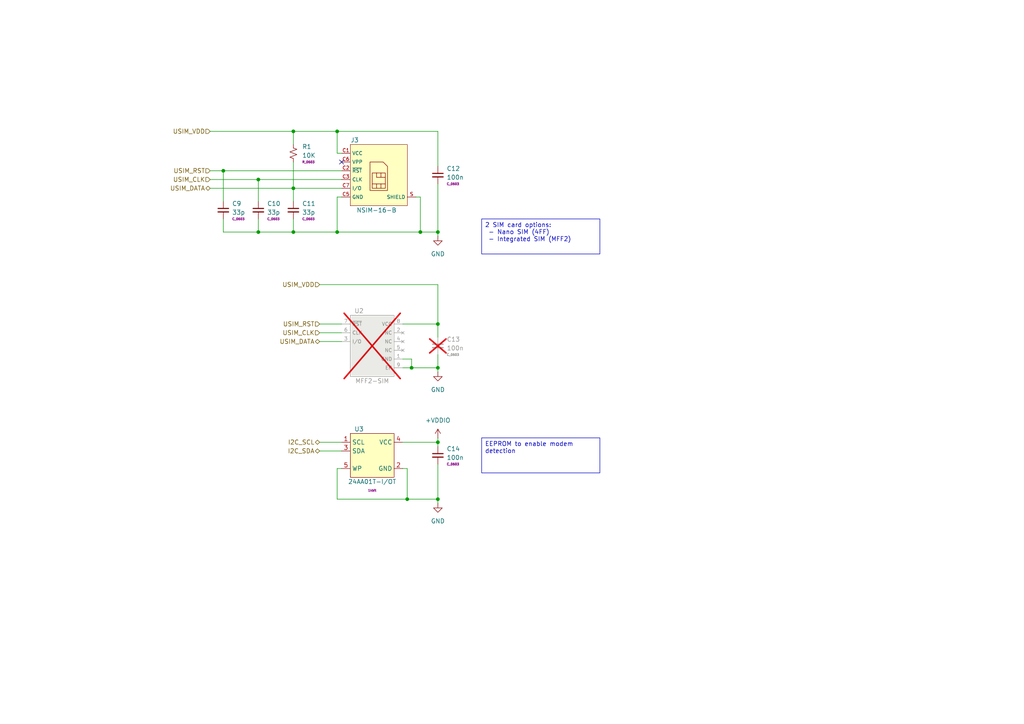
<source format=kicad_sch>
(kicad_sch (version 20250114) (generator "eeschema") (generator_version "9.0")
  (paper "A4")
  (title_block (title "Winglet BG95") (date "2025-06-03") (rev "v1.1") (company "TL Embedded"))
  (lib_symbols
    (symbol "C_Capacitor:C_0603" (pin_numbers (hide yes)) (pin_names (offset 1.016))
      (property "Reference" "C" (at 3.175 1.905 0))
      (property "Value" "100n" (at 5.08 0 0))
      (property "Size" "C_0603" (at 4.445 -1.905 0))
      (symbol "C_0603_1_1"
        (polyline (pts (xy -1.524 0.508) (xy 1.524 0.508)) (stroke (width 0.3048)))
        (polyline (pts (xy -1.524 -0.508) (xy 1.524 -0.508)) (stroke (width 0.3302)))
        (pin passive line (at 0 2.54 270) (length 2.032) (name "~") (number "1"))
        (pin passive line (at 0 -2.54 90) (length 2.032) (name "~") (number "2"))
      )
    )
    (symbol "J_Connector:NSIM-16-B"
      (property "Reference" "J" (at 1.27 19.05 0))
      (property "Value" "NSIM-16-B" (at 7.62 -1.27 0))
      (symbol "NSIM-16-B_0_1"
        (polyline (pts (xy 6.35 6.35) (xy 10.16 6.35)))
        (polyline (pts (xy 6.35 5.08) (xy 10.16 5.08) (xy 10.16 9.525) (xy 6.35 9.525) (xy 6.35 5.08)))
        (polyline (pts (xy 7.62 8.255) (xy 7.62 9.525)))
        (polyline (pts (xy 7.62 8.255) (xy 10.16 8.255)))
        (polyline (pts (xy 7.62 6.35) (xy 7.62 5.08)))
        (polyline (pts (xy 8.89 8.255) (xy 8.89 9.525)))
        (polyline (pts (xy 8.89 6.35) (xy 8.89 5.08)))
        (polyline (pts (xy 10.795 4.445) (xy 5.715 4.445) (xy 5.715 12.7) (xy 9.525 12.7) (xy 10.795 11.43) (xy 10.795 4.445)))
      )
      (symbol "NSIM-16-B_1_0"
        (rectangle (start 0 17.78) (end 16.51 0) (stroke (width 0.127)) (fill (type background)))
        (pin power_in line (at -2.54 15.24 0) (length 2.54) (name "VCC") (number "C1"))
        (pin power_in line (at -2.54 12.7 0) (length 2.54) (name "VPP") (number "C6"))
        (pin input line (at -2.54 10.16 0) (length 2.54) (name "~{RST}") (number "C2"))
        (pin input line (at -2.54 7.62 0) (length 2.54) (name "CLK") (number "C3"))
        (pin bidirectional line (at -2.54 5.08 0) (length 2.54) (name "I/O") (number "C7"))
        (pin power_in line (at -2.54 2.54 0) (length 2.54) (name "GND") (number "C5"))
        (pin power_in line (at 19.05 2.54 180) (length 2.54) (name "SHIELD") (number "S"))
      )
    )
    (symbol "R_Resistor:R_0603" (pin_numbers (hide yes)) (pin_names (offset 1.016))
      (property "Reference" "R" (at 2.54 1.905 0))
      (property "Value" "10K" (at 3.81 0 0))
      (property "Size" "R_0603" (at 3.81 -1.905 0))
      (symbol "R_0603_1_1"
        (polyline (pts (xy 0 1.524) (xy 1.016 1.143) (xy 0 0.762) (xy -1.016 0.381) (xy 0 0)))
        (polyline (pts (xy 0 0) (xy 1.016 -0.381) (xy 0 -0.762) (xy -1.016 -1.143) (xy 0 -1.524)))
        (pin passive line (at 0 2.54 270) (length 1.016) (name "~") (number "1"))
        (pin passive line (at 0 -2.54 90) (length 1.016) (name "~") (number "2"))
      )
    )
    (symbol "U_Memory:24AA01T-I/OT"
      (property "Reference" "U" (at -5.08 13.97 0))
      (property "Value" "24AA01T-I/OT" (at 0 -1.27 0))
      (property "Params" "1kbit" (at 0 -2.54 0))
      (symbol "24AA01T-I/OT_0_1"
        (rectangle (start -6.35 12.7) (end 6.35 0) (fill (type background)))
      )
      (symbol "24AA01T-I/OT_1_1"
        (pin bidirectional line (at -8.89 10.16 0) (length 2.54) (name "SCL") (number "1"))
        (pin bidirectional line (at -8.89 7.62 0) (length 2.54) (name "SDA") (number "3"))
        (pin input line (at -8.89 2.54 0) (length 2.54) (name "WP") (number "5"))
        (pin power_in line (at 8.89 10.16 180) (length 2.54) (name "VCC") (number "4"))
        (pin power_in line (at 8.89 2.54 180) (length 2.54) (name "GND") (number "2"))
      )
    )
    (symbol "U_Memory:MFF2-SIM"
      (property "Reference" "U" (at 1.27 19.05 0))
      (property "Value" "MFF2-SIM" (at 6.35 -1.27 0))
      (symbol "MFF2-SIM_1_0"
        (rectangle (start 0 17.78) (end 12.7 0) (stroke (width 0.127)) (fill (type background)))
        (pin input line (at -2.54 15.24 0) (length 2.54) (name "~{RST}") (number "7"))
        (pin input line (at -2.54 12.7 0) (length 2.54) (name "CLK") (number "6"))
        (pin bidirectional line (at -2.54 10.16 0) (length 2.54) (name "I/O") (number "3"))
        (pin power_in line (at 15.24 15.24 180) (length 2.54) (name "VCC") (number "8"))
        (pin no_connect line (at 15.24 12.7 180) (length 2.54) (name "NC") (number "2"))
        (pin no_connect line (at 15.24 10.16 180) (length 2.54) (name "NC") (number "4"))
        (pin no_connect line (at 15.24 7.62 180) (length 2.54) (name "NC") (number "5"))
        (pin power_in line (at 15.24 5.08 180) (length 2.54) (name "GND") (number "1"))
        (pin power_in line (at 15.24 2.54 180) (length 2.54) (name "EP") (number "9"))
      )
    )
    (symbol "power:GND" (power) (pin_numbers (hide yes)) (pin_names (offset 0) (hide yes))
      (property "Value" "GND" (at 0 -3.81 0))
      (symbol "GND_0_1"
        (polyline (pts (xy 0 0) (xy 0 -1.27) (xy 1.27 -1.27) (xy 0 -2.54) (xy -1.27 -1.27) (xy 0 -1.27)))
      )
      (symbol "GND_1_1"
        (pin power_in line (at 0 0 270) (length 0) (name "~") (number "1"))
      )
    )
    (symbol "power:VDD" (power) (pin_numbers (hide yes)) (pin_names (offset 0) (hide yes))
      (property "Value" "VDD" (at 0 3.556 0))
      (symbol "VDD_0_1"
        (polyline (pts (xy -0.762 1.27) (xy 0 2.54)))
        (polyline (pts (xy 0 2.54) (xy 0.762 1.27)))
        (polyline (pts (xy 0 0) (xy 0 2.54)))
      )
      (symbol "VDD_1_1"
        (pin power_in line (at 0 0 90) (length 0) (name "~") (number "1"))
      )
    )
  )
  (text_box "2 SIM card options:\n - Nano SIM (4FF)\n - Integrated SIM (MFF2)" (at 139.7 63.5 0) (size 34.29 10.16) (margins 0.9525 0.9525 0.9525 0.9525) (effects (font (size 1.27 1.27)) (justify left top)))
  (text_box "EEPROM to enable modem detection" (at 139.7 127 0) (size 34.29 10.16) (margins 0.9525 0.9525 0.9525 0.9525) (effects (font (size 1.27 1.27)) (justify left top)))
  (junction (at 85.09 54.61))
  (junction (at 85.09 38.1))
  (junction (at 64.77 49.53))
  (junction (at 74.93 52.07))
  (junction (at 127 144.78))
  (junction (at 97.79 67.31))
  (junction (at 127 106.68))
  (junction (at 85.09 67.31))
  (junction (at 127 128.27))
  (junction (at 127 67.31))
  (junction (at 119.38 106.68))
  (junction (at 127 93.98))
  (junction (at 74.93 67.31))
  (junction (at 97.79 38.1))
  (junction (at 118.11 144.78))
  (junction (at 121.92 67.31))
  (no_connect (at 99.06 46.99))
  (wire (pts (xy 118.11 144.78) (xy 127 144.78)))
  (wire (pts (xy 127 144.78) (xy 127 146.05)))
  (wire (pts (xy 127 48.26) (xy 127 38.1)))
  (wire (pts (xy 121.92 67.31) (xy 97.79 67.31)))
  (wire (pts (xy 92.71 93.98) (xy 99.06 93.98)))
  (wire (pts (xy 97.79 135.89) (xy 97.79 144.78)))
  (wire (pts (xy 127 67.31) (xy 121.92 67.31)))
  (wire (pts (xy 74.93 52.07) (xy 74.93 58.42)))
  (wire (pts (xy 85.09 46.99) (xy 85.09 54.61)))
  (wire (pts (xy 121.92 57.15) (xy 121.92 67.31)))
  (wire (pts (xy 119.38 106.68) (xy 127 106.68)))
  (wire (pts (xy 60.96 54.61) (xy 85.09 54.61)))
  (wire (pts (xy 127 38.1) (xy 97.79 38.1)))
  (wire (pts (xy 74.93 67.31) (xy 85.09 67.31)))
  (wire (pts (xy 92.71 82.55) (xy 127 82.55)))
  (wire (pts (xy 60.96 52.07) (xy 74.93 52.07)))
  (wire (pts (xy 64.77 49.53) (xy 99.06 49.53)))
  (wire (pts (xy 118.11 135.89) (xy 118.11 144.78)))
  (wire (pts (xy 99.06 57.15) (xy 97.79 57.15)))
  (wire (pts (xy 92.71 96.52) (xy 99.06 96.52)))
  (wire (pts (xy 92.71 130.81) (xy 99.06 130.81)))
  (wire (pts (xy 127 102.87) (xy 127 106.68)))
  (wire (pts (xy 97.79 144.78) (xy 118.11 144.78)))
  (wire (pts (xy 64.77 67.31) (xy 74.93 67.31)))
  (wire (pts (xy 120.65 57.15) (xy 121.92 57.15)))
  (wire (pts (xy 127 129.54) (xy 127 128.27)))
  (wire (pts (xy 85.09 54.61) (xy 85.09 58.42)))
  (wire (pts (xy 99.06 44.45) (xy 97.79 44.45)))
  (wire (pts (xy 99.06 135.89) (xy 97.79 135.89)))
  (wire (pts (xy 127 127) (xy 127 128.27)))
  (wire (pts (xy 119.38 104.14) (xy 119.38 106.68)))
  (wire (pts (xy 127 53.34) (xy 127 67.31)))
  (wire (pts (xy 85.09 63.5) (xy 85.09 67.31)))
  (wire (pts (xy 116.84 104.14) (xy 119.38 104.14)))
  (wire (pts (xy 74.93 52.07) (xy 99.06 52.07)))
  (wire (pts (xy 127 106.68) (xy 127 107.95)))
  (wire (pts (xy 97.79 44.45) (xy 97.79 38.1)))
  (wire (pts (xy 60.96 49.53) (xy 64.77 49.53)))
  (wire (pts (xy 92.71 99.06) (xy 99.06 99.06)))
  (wire (pts (xy 85.09 54.61) (xy 99.06 54.61)))
  (wire (pts (xy 97.79 57.15) (xy 97.79 67.31)))
  (wire (pts (xy 64.77 49.53) (xy 64.77 58.42)))
  (wire (pts (xy 127 134.62) (xy 127 144.78)))
  (wire (pts (xy 127 93.98) (xy 127 97.79)))
  (wire (pts (xy 127 128.27) (xy 116.84 128.27)))
  (wire (pts (xy 85.09 38.1) (xy 97.79 38.1)))
  (wire (pts (xy 85.09 38.1) (xy 85.09 41.91)))
  (wire (pts (xy 92.71 128.27) (xy 99.06 128.27)))
  (wire (pts (xy 60.96 38.1) (xy 85.09 38.1)))
  (wire (pts (xy 118.11 135.89) (xy 116.84 135.89)))
  (wire (pts (xy 127 82.55) (xy 127 93.98)))
  (wire (pts (xy 85.09 67.31) (xy 97.79 67.31)))
  (wire (pts (xy 116.84 106.68) (xy 119.38 106.68)))
  (wire (pts (xy 74.93 63.5) (xy 74.93 67.31)))
  (wire (pts (xy 116.84 93.98) (xy 127 93.98)))
  (wire (pts (xy 64.77 63.5) (xy 64.77 67.31)))
  (wire (pts (xy 127 67.31) (xy 127 68.58)))
  (hierarchical_label "USIM_RST" (shape input) (at 92.71 93.98 180))
  (hierarchical_label "USIM_DATA" (shape bidirectional) (at 92.71 99.06 180))
  (hierarchical_label "USIM_VDD" (shape input) (at 60.96 38.1 180))
  (hierarchical_label "USIM_RST" (shape input) (at 60.96 49.53 180))
  (hierarchical_label "USIM_VDD" (shape input) (at 92.71 82.55 180))
  (hierarchical_label "I2C_SDA" (shape bidirectional) (at 92.71 130.81 180))
  (hierarchical_label "USIM_DATA" (shape bidirectional) (at 60.96 54.61 180))
  (hierarchical_label "I2C_SCL" (shape bidirectional) (at 92.71 128.27 180))
  (hierarchical_label "USIM_CLK" (shape input) (at 92.71 96.52 180))
  (hierarchical_label "USIM_CLK" (shape input) (at 60.96 52.07 180))
  (symbol (lib_id "power:GND") (at 127 107.95 0) (unit 1)
    (property "Reference" "#PWR019" (effects (hide yes)))
    (property "Value" "GND" (at 127 113.03 0))
    (property "Description" "Power symbol creates a global label with name \"GND\" , ground" (effects (hide yes)))
  )
  (symbol (lib_id "U_Memory:MFF2-SIM") (at 101.6 109.22 0) (unit 1) (dnp yes)
    (property "Reference" "U2" (at 104.14 90.17 0))
    (property "Value" "MFF2-SIM" (at 107.95 110.49 0))
    (property "Footprint" "U_IC:DFN8_127_5x6_EP" (effects (hide yes)))
  )
  (symbol (lib_id "C_Capacitor:C_0603") (at 127 132.08 0) (unit 1)
    (property "Reference" "C14" (at 129.54 130.1813 0) (effects (justify left)))
    (property "Value" "100n" (at 129.54 132.7213 0) (effects (justify left)))
    (property "Footprint" "C_Capacitor:C_0603" (effects (hide yes)))
    (property "Size" "C_0603" (at 129.54 134.6263 0) (effects (font (size 0.635 0.635)) (justify left)))
  )
  (symbol (lib_id "power:VDD") (at 127 127 0) (unit 1)
    (property "Reference" "#PWR020" (effects (hide yes)))
    (property "Value" "+VDDIO" (at 127 121.92 0))
    (property "Description" "Power symbol creates a global label with name \"VDD\"" (effects (hide yes)))
  )
  (symbol (lib_id "C_Capacitor:C_0603") (at 74.93 60.96 0) (unit 1)
    (property "Reference" "C10" (at 77.47 59.0612 0) (effects (justify left)))
    (property "Value" "33p" (at 77.47 61.6012 0) (effects (justify left)))
    (property "Footprint" "C_Capacitor:C_0603" (effects (hide yes)))
    (property "Size" "C_0603" (at 77.47 63.5063 0) (effects (font (size 0.635 0.635)) (justify left)))
  )
  (symbol (lib_id "C_Capacitor:C_0603") (at 127 50.8 0) (unit 1)
    (property "Reference" "C12" (at 129.54 48.9013 0) (effects (justify left)))
    (property "Value" "100n" (at 129.54 51.4413 0) (effects (justify left)))
    (property "Footprint" "C_Capacitor:C_0603" (effects (hide yes)))
    (property "Size" "C_0603" (at 129.54 53.3463 0) (effects (font (size 0.635 0.635)) (justify left)))
  )
  (symbol (lib_id "power:GND") (at 127 146.05 0) (unit 1)
    (property "Reference" "#PWR021" (effects (hide yes)))
    (property "Value" "GND" (at 127 151.13 0))
    (property "Description" "Power symbol creates a global label with name \"GND\" , ground" (effects (hide yes)))
  )
  (symbol (lib_id "C_Capacitor:C_0603") (at 64.77 60.96 0) (unit 1)
    (property "Reference" "C9" (at 67.31 59.0612 0) (effects (justify left)))
    (property "Value" "33p" (at 67.31 61.6012 0) (effects (justify left)))
    (property "Footprint" "C_Capacitor:C_0603" (effects (hide yes)))
    (property "Size" "C_0603" (at 67.31 63.5063 0) (effects (font (size 0.635 0.635)) (justify left)))
  )
  (symbol (lib_id "R_Resistor:R_0603") (at 85.09 44.45 0) (unit 1)
    (property "Reference" "R1" (at 87.63 42.545 0) (effects (justify left)))
    (property "Value" "10K" (at 87.63 45.085 0) (effects (justify left)))
    (property "Footprint" "R_Resistor:R_0603" (effects (hide yes)))
    (property "Size" "R_0603" (at 87.63 46.99 0) (effects (font (size 0.635 0.635)) (justify left)))
  )
  (symbol (lib_id "C_Capacitor:C_0603") (at 85.09 60.96 0) (unit 1)
    (property "Reference" "C11" (at 87.63 59.0612 0) (effects (justify left)))
    (property "Value" "33p" (at 87.63 61.6012 0) (effects (justify left)))
    (property "Footprint" "C_Capacitor:C_0603" (effects (hide yes)))
    (property "Size" "C_0603" (at 87.63 63.5063 0) (effects (font (size 0.635 0.635)) (justify left)))
  )
  (symbol (lib_id "power:GND") (at 127 68.58 0) (unit 1)
    (property "Reference" "#PWR018" (effects (hide yes)))
    (property "Value" "GND" (at 127 73.66 0))
    (property "Description" "Power symbol creates a global label with name \"GND\" , ground" (effects (hide yes)))
  )
  (symbol (lib_id "U_Memory:24AA01T-I/OT") (at 107.95 138.43 0) (unit 1)
    (property "Reference" "U3" (at 104.14 124.46 0))
    (property "Value" "24AA01T-I/OT" (at 107.95 139.7 0))
    (property "Footprint" "U_IC:SOT23_5" (effects (hide yes)))
    (property "Datasheet" "https://ww1.microchip.com/downloads/en/DeviceDoc/24AA01-24LC01B-24FC01-1K-I2C-Serial-EEPROM-20001711M.pdf" (effects (hide yes)))
    (property "Params" "1kbit" (at 107.95 142.24 0) (effects (font (size 0.63 0.63))))
  )
  (symbol (lib_id "J_Connector:NSIM-16-B") (at 101.6 59.69 0) (unit 1)
    (property "Reference" "J3" (at 102.87 40.64 0))
    (property "Value" "NSIM-16-B" (at 109.22 60.96 0))
    (property "Footprint" "J_Connector:NSIM-16-B" (effects (hide yes)))
    (property "Datasheet" "https://www.sameskydevices.com/product/resource/digikeypdf/nsim-16-b.pdf" (effects (hide yes)))
    (property "Description" "CARD CONNECTOR, NANO SIM, PUSH I" (effects (hide yes)))
  )
  (symbol (lib_id "C_Capacitor:C_0603") (at 127 100.33 0) (unit 1) (dnp yes)
    (property "Reference" "C13" (at 129.54 98.4313 0) (effects (justify left)))
    (property "Value" "100n" (at 129.54 100.9713 0) (effects (justify left)))
    (property "Footprint" "C_Capacitor:C_0603" (effects (hide yes)))
    (property "Size" "C_0603" (at 129.54 102.8763 0) (effects (font (size 0.635 0.635)) (justify left)))
  )
)
</source>
